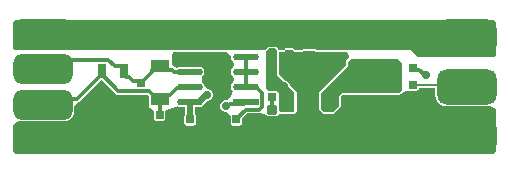
<source format=gbr>
%TF.GenerationSoftware,Altium Limited,Altium Designer,25.8.1 (18)*%
G04 Layer_Physical_Order=1*
G04 Layer_Color=255*
%FSLAX45Y45*%
%MOMM*%
%TF.SameCoordinates,C83170FB-7693-46FD-9F59-C890998B4B8C*%
%TF.FilePolarity,Positive*%
%TF.FileFunction,Copper,L1,Top,Signal*%
%TF.Part,Single*%
G01*
G75*
%TA.AperFunction,SMDPad,CuDef*%
G04:AMPARAMS|DCode=10|XSize=2.16916mm|YSize=0.58213mm|CornerRadius=0.29107mm|HoleSize=0mm|Usage=FLASHONLY|Rotation=180.000|XOffset=0mm|YOffset=0mm|HoleType=Round|Shape=RoundedRectangle|*
%AMROUNDEDRECTD10*
21,1,2.16916,0.00000,0,0,180.0*
21,1,1.58703,0.58213,0,0,180.0*
1,1,0.58213,-0.79351,0.00000*
1,1,0.58213,0.79351,0.00000*
1,1,0.58213,0.79351,0.00000*
1,1,0.58213,-0.79351,0.00000*
%
%ADD10ROUNDEDRECTD10*%
%ADD11R,2.16916X0.58213*%
G04:AMPARAMS|DCode=12|XSize=2.65mm|YSize=1.75mm|CornerRadius=0.21875mm|HoleSize=0mm|Usage=FLASHONLY|Rotation=270.000|XOffset=0mm|YOffset=0mm|HoleType=Round|Shape=RoundedRectangle|*
%AMROUNDEDRECTD12*
21,1,2.65000,1.31250,0,0,270.0*
21,1,2.21250,1.75000,0,0,270.0*
1,1,0.43750,-0.65625,-1.10625*
1,1,0.43750,-0.65625,1.10625*
1,1,0.43750,0.65625,1.10625*
1,1,0.43750,0.65625,-1.10625*
%
%ADD12ROUNDEDRECTD12*%
G04:AMPARAMS|DCode=13|XSize=0.76mm|YSize=0.6604mm|CornerRadius=0.08255mm|HoleSize=0mm|Usage=FLASHONLY|Rotation=270.000|XOffset=0mm|YOffset=0mm|HoleType=Round|Shape=RoundedRectangle|*
%AMROUNDEDRECTD13*
21,1,0.76000,0.49530,0,0,270.0*
21,1,0.59490,0.66040,0,0,270.0*
1,1,0.16510,-0.24765,-0.29745*
1,1,0.16510,-0.24765,0.29745*
1,1,0.16510,0.24765,0.29745*
1,1,0.16510,0.24765,-0.29745*
%
%ADD13ROUNDEDRECTD13*%
G04:AMPARAMS|DCode=14|XSize=2.5mm|YSize=5mm|CornerRadius=0.625mm|HoleSize=0mm|Usage=FLASHONLY|Rotation=90.000|XOffset=0mm|YOffset=0mm|HoleType=Round|Shape=RoundedRectangle|*
%AMROUNDEDRECTD14*
21,1,2.50000,3.75000,0,0,90.0*
21,1,1.25000,5.00000,0,0,90.0*
1,1,1.25000,1.87500,0.62500*
1,1,1.25000,1.87500,-0.62500*
1,1,1.25000,-1.87500,-0.62500*
1,1,1.25000,-1.87500,0.62500*
%
%ADD14ROUNDEDRECTD14*%
G04:AMPARAMS|DCode=15|XSize=1.9mm|YSize=3.2mm|CornerRadius=0mm|HoleSize=0mm|Usage=FLASHONLY|Rotation=180.000|XOffset=0mm|YOffset=0mm|HoleType=Round|Shape=Octagon|*
%AMOCTAGOND15*
4,1,8,0.47500,-1.60000,-0.47500,-1.60000,-0.95000,-1.12500,-0.95000,1.12500,-0.47500,1.60000,0.47500,1.60000,0.95000,1.12500,0.95000,-1.12500,0.47500,-1.60000,0.0*
%
%ADD15OCTAGOND15*%

%ADD16R,0.60000X1.80000*%
G04:AMPARAMS|DCode=17|XSize=3mm|YSize=5mm|CornerRadius=0.75mm|HoleSize=0mm|Usage=FLASHONLY|Rotation=90.000|XOffset=0mm|YOffset=0mm|HoleType=Round|Shape=RoundedRectangle|*
%AMROUNDEDRECTD17*
21,1,3.00000,3.50000,0,0,90.0*
21,1,1.50000,5.00000,0,0,90.0*
1,1,1.50000,1.75000,0.75000*
1,1,1.50000,1.75000,-0.75000*
1,1,1.50000,-1.75000,-0.75000*
1,1,1.50000,-1.75000,0.75000*
%
%ADD17ROUNDEDRECTD17*%
%ADD18R,0.70000X1.20000*%
G04:AMPARAMS|DCode=19|XSize=0.8mm|YSize=0.8mm|CornerRadius=0.1mm|HoleSize=0mm|Usage=FLASHONLY|Rotation=90.000|XOffset=0mm|YOffset=0mm|HoleType=Round|Shape=RoundedRectangle|*
%AMROUNDEDRECTD19*
21,1,0.80000,0.60000,0,0,90.0*
21,1,0.60000,0.80000,0,0,90.0*
1,1,0.20000,0.30000,0.30000*
1,1,0.20000,0.30000,-0.30000*
1,1,0.20000,-0.30000,-0.30000*
1,1,0.20000,-0.30000,0.30000*
%
%ADD19ROUNDEDRECTD19*%
G04:AMPARAMS|DCode=20|XSize=0.76mm|YSize=0.6604mm|CornerRadius=0.08255mm|HoleSize=0mm|Usage=FLASHONLY|Rotation=0.000|XOffset=0mm|YOffset=0mm|HoleType=Round|Shape=RoundedRectangle|*
%AMROUNDEDRECTD20*
21,1,0.76000,0.49530,0,0,0.0*
21,1,0.59490,0.66040,0,0,0.0*
1,1,0.16510,0.29745,-0.24765*
1,1,0.16510,-0.29745,-0.24765*
1,1,0.16510,-0.29745,0.24765*
1,1,0.16510,0.29745,0.24765*
%
%ADD20ROUNDEDRECTD20*%
%ADD21R,0.60000X1.40000*%
%ADD22R,1.65000X1.10000*%
G04:AMPARAMS|DCode=23|XSize=0.8mm|YSize=1mm|CornerRadius=0.1mm|HoleSize=0mm|Usage=FLASHONLY|Rotation=270.000|XOffset=0mm|YOffset=0mm|HoleType=Round|Shape=RoundedRectangle|*
%AMROUNDEDRECTD23*
21,1,0.80000,0.80000,0,0,270.0*
21,1,0.60000,1.00000,0,0,270.0*
1,1,0.20000,-0.40000,-0.30000*
1,1,0.20000,-0.40000,0.30000*
1,1,0.20000,0.40000,0.30000*
1,1,0.20000,0.40000,-0.30000*
%
%ADD23ROUNDEDRECTD23*%
%TA.AperFunction,Conductor*%
%ADD24C,0.40000*%
%ADD25C,0.30000*%
%ADD26C,0.50000*%
%ADD27C,0.20000*%
%TA.AperFunction,ViaPad*%
%ADD28C,0.70000*%
%ADD29C,0.65000*%
G36*
X4105577Y1164555D02*
X4114555Y1155577D01*
X4119414Y1143848D01*
Y1137500D01*
Y869414D01*
X4100000Y850000D01*
X3462500D01*
X3400000Y912500D01*
X2597500D01*
X2592500Y917500D01*
X2482500D01*
X2477500Y912500D01*
X2416933D01*
X2416671Y913818D01*
X2411531Y921511D01*
X2403839Y926650D01*
X2394765Y928455D01*
X2345235D01*
X2336161Y926650D01*
X2328469Y921511D01*
X2323329Y913818D01*
X2323067Y912500D01*
X2278736D01*
X2273980Y923981D01*
X2261481Y936480D01*
X2250000Y941236D01*
X2200000D01*
X2188519Y936480D01*
X2164539Y912500D01*
X50000D01*
X30586Y931914D01*
Y1137500D01*
Y1143848D01*
X35445Y1155577D01*
X44423Y1164555D01*
X56152Y1169413D01*
X4093848D01*
X4105577Y1164555D01*
D02*
G37*
G36*
X3325000Y800000D02*
X3325000Y575000D01*
X3300000Y550000D01*
X2812500D01*
X2787500Y525000D01*
Y437500D01*
X2737500Y387500D01*
X2662500D01*
X2637500Y412500D01*
Y550000D01*
X2862500Y775000D01*
Y812500D01*
X2887500Y837500D01*
X3287500D01*
X3325000Y800000D01*
D02*
G37*
G36*
X2262500Y912500D02*
Y700000D01*
X2412500Y550000D01*
Y387500D01*
X2293750D01*
X2281250Y400000D01*
Y550000D01*
X2262500Y568750D01*
X2200000D01*
X2175000Y593750D01*
Y900000D01*
X2200000Y925000D01*
X2250000D01*
X2262500Y912500D01*
D02*
G37*
G36*
X2397504Y911356D02*
X2399826Y909805D01*
X2403171Y904798D01*
X2404161Y904137D01*
X2405452Y901020D01*
X2406988Y900383D01*
X2407912Y899001D01*
X2412557Y898077D01*
X2416933Y896264D01*
X2477500D01*
X2488981Y901020D01*
X2489225Y901264D01*
X2585775D01*
X2586019Y901020D01*
X2597500Y896264D01*
X2859516D01*
X2872269Y859726D01*
X2873303Y846264D01*
X2851019Y823981D01*
X2846264Y812500D01*
Y781725D01*
X2626019Y561481D01*
X2621264Y550000D01*
Y412500D01*
X2626019Y401020D01*
X2651019Y376020D01*
X2662500Y371264D01*
X2737500D01*
X2748981Y376020D01*
X2798980Y426019D01*
X2803736Y437500D01*
Y518275D01*
X2819225Y533764D01*
X3300000D01*
X3311481Y538520D01*
X3323108Y550147D01*
X3338502Y559416D01*
X3357281Y565509D01*
X3375403Y568010D01*
X3384198Y569024D01*
X3387430Y569024D01*
X3442245D01*
X3451318Y570829D01*
X3459011Y575969D01*
X3464150Y583661D01*
X3465811Y592010D01*
X3604224D01*
Y525000D01*
X3607317Y501505D01*
X3616386Y479612D01*
X3630812Y460811D01*
X3649613Y446385D01*
X3671506Y437317D01*
X3695001Y434223D01*
X4045001D01*
X4068496Y437317D01*
X4069414Y437697D01*
X4114890Y412580D01*
X4119414Y406339D01*
Y56152D01*
X4114555Y44423D01*
X4105578Y35445D01*
X4093848Y30586D01*
X56152D01*
X44422Y35445D01*
X35445Y44422D01*
X30586Y56152D01*
Y277305D01*
X60327Y302056D01*
X80587Y310900D01*
X92500Y309331D01*
X467500D01*
X487732Y311995D01*
X506584Y319804D01*
X522774Y332226D01*
X535196Y348416D01*
X543005Y367269D01*
X545669Y387500D01*
Y429283D01*
X572501Y466912D01*
X584206Y469241D01*
X594129Y475871D01*
X773258Y655000D01*
X786742D01*
X900871Y540872D01*
X900871Y540871D01*
X910795Y534241D01*
X922500Y531912D01*
X922502Y531912D01*
X1167330D01*
X1177500Y521742D01*
Y425000D01*
X1180940D01*
X1188460Y420799D01*
X1221524Y392245D01*
Y332755D01*
X1223329Y323682D01*
X1228469Y315989D01*
X1236161Y310850D01*
X1245235Y309045D01*
X1294765D01*
X1303839Y310850D01*
X1311531Y315989D01*
X1316671Y323682D01*
X1318476Y332755D01*
Y392245D01*
X1331432Y403434D01*
X1372500Y425000D01*
X1422500Y435183D01*
X1429580Y430453D01*
X1446789Y427029D01*
X1489216D01*
Y372010D01*
X1488469Y371511D01*
X1483329Y363818D01*
X1481524Y354745D01*
Y295255D01*
X1483329Y286181D01*
X1488469Y278489D01*
X1496161Y273349D01*
X1505235Y271544D01*
X1554765D01*
X1563839Y273349D01*
X1571531Y278489D01*
X1576671Y286181D01*
X1578476Y295255D01*
Y354745D01*
X1576671Y363818D01*
X1571531Y371511D01*
X1570783Y372010D01*
Y427029D01*
X1605491D01*
X1622701Y430453D01*
X1637290Y440201D01*
X1646234Y453586D01*
X1675419Y482771D01*
X1679168D01*
X1697545Y490383D01*
X1711610Y504449D01*
X1719222Y522826D01*
Y542717D01*
X1711610Y561094D01*
X1697545Y575159D01*
X1679168Y582772D01*
X1679168D01*
X1654087Y596951D01*
X1647039Y616210D01*
X1637291Y630799D01*
Y630799D01*
X1637264Y630817D01*
X1630860Y635096D01*
X1626385Y662169D01*
Y662831D01*
X1630860Y689904D01*
X1637290Y694201D01*
X1647039Y708791D01*
X1650462Y726000D01*
X1647039Y743210D01*
X1637290Y757799D01*
X1622701Y767548D01*
X1605491Y770971D01*
X1446789D01*
X1429580Y767548D01*
X1418050Y759844D01*
X1400871Y766448D01*
X1373981Y782919D01*
X1373249Y800310D01*
X1372500Y849999D01*
X1381518Y896264D01*
X1836045D01*
X1843565Y891590D01*
X1874538Y853000D01*
X1877961Y835791D01*
X1887710Y821201D01*
X1894140Y816904D01*
X1898616Y789831D01*
Y789169D01*
X1894140Y762096D01*
X1887710Y757799D01*
X1877961Y743210D01*
X1874538Y726000D01*
X1877961Y708791D01*
X1887710Y694201D01*
X1894140Y689904D01*
X1898616Y662831D01*
Y662169D01*
X1894140Y635096D01*
X1887736Y630816D01*
X1887710Y630799D01*
Y630799D01*
X1877961Y616210D01*
X1874538Y599000D01*
X1877961Y581791D01*
X1877961Y581791D01*
X1877979Y581764D01*
X1887710Y567201D01*
X1889348Y566107D01*
X1875402Y516107D01*
X1843873Y484522D01*
X1823982D01*
X1805605Y476910D01*
X1791539Y462844D01*
X1783928Y444467D01*
Y424576D01*
X1791539Y406199D01*
X1805605Y392134D01*
X1823982Y384522D01*
X1830348D01*
X1833898Y382812D01*
X1855353Y366807D01*
X1871525Y341856D01*
Y295255D01*
X1873330Y286181D01*
X1878469Y278489D01*
X1886162Y273349D01*
X1895235Y271544D01*
X1944765D01*
X1953839Y273349D01*
X1961531Y278489D01*
X1966671Y286181D01*
X1968476Y295255D01*
Y330218D01*
X2013920Y375662D01*
X2113099D01*
X2113101Y375662D01*
X2119511Y376937D01*
X2128218Y376817D01*
X2131201Y376415D01*
X2158718Y369633D01*
X2176976Y358226D01*
X2185246Y352701D01*
X2195000Y350761D01*
X2255000D01*
X2264754Y352701D01*
X2273024Y358226D01*
X2278549Y366496D01*
X2293750Y371264D01*
X2412500D01*
X2423980Y376020D01*
X2428736Y387500D01*
X2432500D01*
Y557500D01*
X2425629D01*
X2423980Y561480D01*
X2374943Y610518D01*
Y613603D01*
X2367331Y631980D01*
X2353266Y646046D01*
X2334889Y653658D01*
X2331803D01*
X2278736Y706725D01*
Y896264D01*
X2323067D01*
X2327443Y898077D01*
X2332088Y899001D01*
X2333012Y900383D01*
X2334548Y901020D01*
X2335839Y904137D01*
X2336829Y904798D01*
X2340175Y909805D01*
X2342496Y911356D01*
X2346835Y912219D01*
X2393165D01*
X2397504Y911356D01*
D02*
G37*
D10*
X1526140Y472000D02*
D03*
Y599000D02*
D03*
Y726000D02*
D03*
Y853000D02*
D03*
X1998860D02*
D03*
Y726000D02*
D03*
Y599000D02*
D03*
D11*
Y472000D02*
D03*
D12*
X3187500Y260000D02*
D03*
Y690000D02*
D03*
D13*
X1780000Y325000D02*
D03*
X1920000D02*
D03*
X1130000Y362500D02*
D03*
X1670000Y325000D02*
D03*
X2370000Y875000D02*
D03*
X2230000D02*
D03*
X1530000Y325000D02*
D03*
X1270000Y362500D02*
D03*
D14*
X280000Y155000D02*
D03*
Y750000D02*
D03*
Y450000D02*
D03*
Y1045000D02*
D03*
D15*
X2537500Y742500D02*
D03*
D16*
Y492500D02*
D03*
D17*
X3870001Y180000D02*
D03*
Y1020000D02*
D03*
Y600000D02*
D03*
D18*
X875000Y470000D02*
D03*
X780000Y730000D02*
D03*
X970000D02*
D03*
D19*
X2225000Y256250D02*
D03*
Y406250D02*
D03*
D20*
X1112500Y492500D02*
D03*
X2850000Y455000D02*
D03*
X2975000D02*
D03*
X2225000Y517500D02*
D03*
Y657500D02*
D03*
X2850000Y595000D02*
D03*
X2975000D02*
D03*
X1112500Y632500D02*
D03*
X3412500Y617500D02*
D03*
Y757500D02*
D03*
D21*
X2387500Y472500D02*
D03*
X2687500D02*
D03*
D22*
X1275000Y495000D02*
D03*
Y780000D02*
D03*
D23*
X2925000Y1087000D02*
D03*
Y763000D02*
D03*
D24*
X2278083Y609398D02*
X2319203D01*
X2324943Y603658D01*
X2229981Y657500D02*
X2278083Y609398D01*
X2225000Y657500D02*
X2229981D01*
D25*
X1868124Y457893D02*
X1984753D01*
X1998860Y472000D01*
X1833927Y434522D02*
X1844752D01*
X1868124Y457893D01*
X3412500Y757500D02*
X3425154Y744846D01*
X3469669D02*
X3514515Y700000D01*
X3525000D01*
X3425154Y744846D02*
X3469669D01*
X780000Y705000D02*
X922500Y562500D01*
X1180000D01*
X2221250Y410000D02*
X2225000Y413750D01*
Y517500D01*
X2225000Y517500D01*
X1920000Y325000D02*
X2001250Y406250D01*
X2113101D02*
X2137500Y430649D01*
X2001250Y406250D02*
X2113101D01*
X2099953Y584893D02*
X2102607D01*
X2137500Y550000D01*
X1998860Y599000D02*
X2085846D01*
X2137500Y430649D02*
Y550000D01*
X2085846Y599000D02*
X2099953Y584893D01*
X1998860Y599000D02*
Y726000D01*
Y853000D01*
X2211980Y898000D02*
X2230000Y879980D01*
Y875000D02*
Y879980D01*
X2207000Y898000D02*
X2211980D01*
X1520742Y593602D02*
X1526140Y599000D01*
X1418602Y593602D02*
X1520742D01*
X1360000Y535000D02*
X1418602Y593602D01*
X1180000Y562500D02*
X1247500Y495000D01*
X1315000Y535000D02*
X1360000D01*
X1275000Y495000D02*
X1315000Y535000D01*
X1270000Y490000D02*
X1275000Y495000D01*
X1247500D02*
X1275000D01*
X1270000Y362500D02*
Y490000D01*
X780000Y705000D02*
Y730000D01*
X572500Y497500D02*
X780000Y705000D01*
X322500Y497500D02*
X572500D01*
X280000Y450000D02*
X327500Y497500D01*
X1315000Y740000D02*
X1374500D01*
X1388500Y726000D02*
X1526140D01*
X1374500Y740000D02*
X1388500Y726000D01*
X1247500Y780000D02*
X1275000D01*
X1207500Y740000D02*
X1247500Y780000D01*
X1275000D02*
X1315000Y740000D01*
X1207500Y722520D02*
Y740000D01*
X1117480Y632500D02*
X1207500Y722520D01*
X1094480Y650520D02*
X1112500Y632500D01*
X1049480Y650520D02*
X1094480D01*
X1112500Y632500D02*
X1117480D01*
X834466Y830534D02*
X890000Y775000D01*
X355534Y830534D02*
X834466D01*
X950000Y775000D02*
X970000Y755000D01*
X890000Y775000D02*
X950000D01*
X280000Y750000D02*
X360534Y830534D01*
X970000Y705000D02*
X990000Y685000D01*
X1015000D02*
X1049480Y650520D01*
X990000Y685000D02*
X1015000D01*
X970000Y730000D02*
Y755000D01*
Y705000D02*
Y730000D01*
D26*
X1526140Y472000D02*
X1526206D01*
X1532579Y468206D02*
X1603177D01*
X1667743Y532771D02*
X1669222D01*
X1603177Y468206D02*
X1667743Y532771D01*
X1530000Y325000D02*
Y468206D01*
X1526206Y472000D02*
X1530000Y468206D01*
D27*
X3412500Y617500D02*
X3857501D01*
X3852501D02*
X3870001Y600000D01*
D28*
X2324943Y603658D02*
D03*
X1833927Y434522D02*
D03*
X1669222Y532771D02*
D03*
X3525000Y700000D02*
D03*
D29*
X3970001Y180000D02*
D03*
X3770001D02*
D03*
X3870001Y105000D02*
D03*
Y255000D02*
D03*
X4070001D02*
D03*
Y105000D02*
D03*
X3670001D02*
D03*
Y255000D02*
D03*
X3970001Y600000D02*
D03*
X3770001D02*
D03*
X3870001Y525000D02*
D03*
Y675000D02*
D03*
X4070001D02*
D03*
Y525000D02*
D03*
X3670001D02*
D03*
Y675000D02*
D03*
X3970001Y1020000D02*
D03*
X3770001D02*
D03*
X3870001Y945000D02*
D03*
Y1095000D02*
D03*
X4070001D02*
D03*
Y945000D02*
D03*
X3670001D02*
D03*
Y1095000D02*
D03*
X380000Y155000D02*
D03*
X180000D02*
D03*
X280000Y80000D02*
D03*
Y230000D02*
D03*
X480000D02*
D03*
Y80000D02*
D03*
X80000D02*
D03*
Y230000D02*
D03*
X380000Y450000D02*
D03*
X180000D02*
D03*
X280000Y375000D02*
D03*
Y525000D02*
D03*
X480000D02*
D03*
Y375000D02*
D03*
X80000D02*
D03*
Y525000D02*
D03*
X380000Y750000D02*
D03*
X180000D02*
D03*
X280000Y675000D02*
D03*
Y825000D02*
D03*
X480000D02*
D03*
Y675000D02*
D03*
X80000D02*
D03*
Y825000D02*
D03*
X380000Y1045000D02*
D03*
X180000D02*
D03*
X280000Y970000D02*
D03*
Y1120000D02*
D03*
X480000D02*
D03*
Y970000D02*
D03*
X80000D02*
D03*
Y1120000D02*
D03*
%TF.MD5,240162b988d9199b83c6909f68b8693f*%
M02*

</source>
